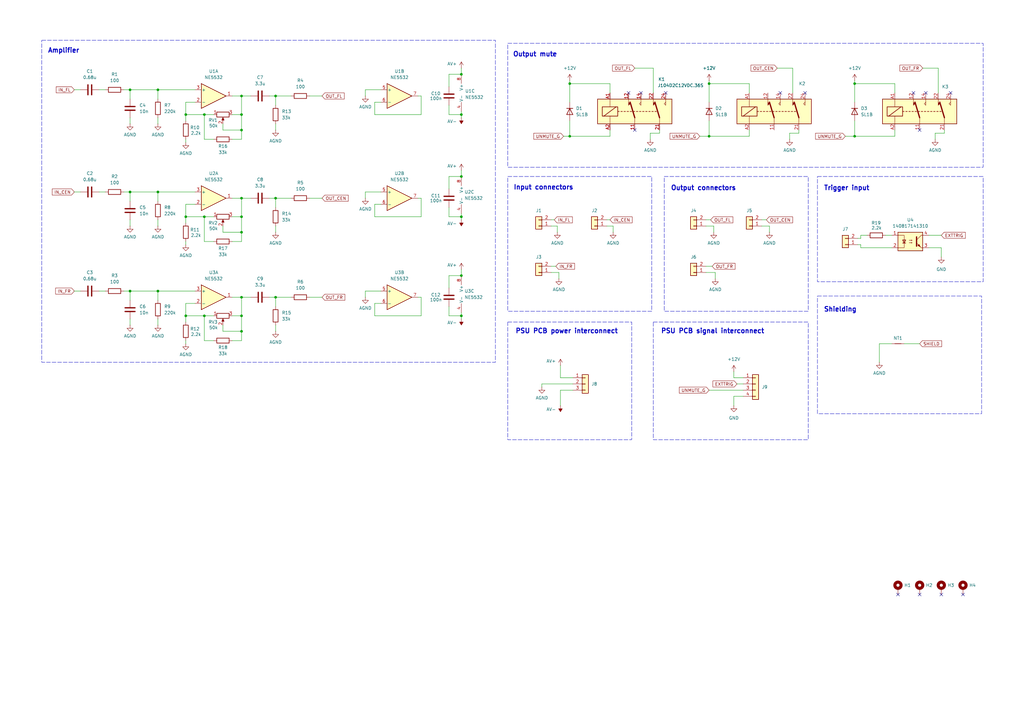
<source format=kicad_sch>
(kicad_sch (version 20231120) (generator "eeschema") (generator_version "8.0")
  (paper "A3")
  (title_block (title "Audio section") (date "2024-08-22") (rev "1"))
  (junction (at 64.77 36.83))
  (junction (at 189.23 129.54))
  (junction (at 189.23 88.9))
  (junction (at 53.34 78.74))
  (junction (at 83.82 88.9))
  (junction (at 64.77 78.74))
  (junction (at 64.77 119.38))
  (junction (at 290.83 55.88))
  (junction (at 99.06 121.92))
  (junction (at 99.06 53.34))
  (junction (at 83.82 46.99))
  (junction (at 113.03 39.37))
  (junction (at 233.68 55.88))
  (junction (at 350.52 34.29))
  (junction (at 76.2 129.54))
  (junction (at 189.23 72.39))
  (junction (at 99.06 95.25))
  (junction (at 53.34 119.38))
  (junction (at 113.03 81.28))
  (junction (at 233.68 34.29))
  (junction (at 76.2 88.9))
  (junction (at 113.03 121.92))
  (junction (at 99.06 88.9))
  (junction (at 99.06 129.54))
  (junction (at 99.06 46.99))
  (junction (at 99.06 135.89))
  (junction (at 76.2 46.99))
  (junction (at 83.82 129.54))
  (junction (at 189.23 30.48))
  (junction (at 99.06 39.37))
  (junction (at 189.23 46.99))
  (junction (at 53.34 36.83))
  (junction (at 99.06 81.28))
  (junction (at 189.23 113.03))
  (junction (at 350.52 55.88))
  (junction (at 290.83 34.29))
  (no_connect (at 394.97 243.84))
  (no_connect (at 374.65 38.1))
  (no_connect (at 262.89 38.1))
  (no_connect (at 377.19 53.34))
  (no_connect (at 273.05 38.1))
  (no_connect (at 389.89 38.1))
  (no_connect (at 320.04 38.1))
  (no_connect (at 368.3 243.84))
  (no_connect (at 260.35 53.34))
  (no_connect (at 257.81 38.1))
  (no_connect (at 386.08 243.84))
  (no_connect (at 379.73 38.1))
  (no_connect (at 377.19 243.84))
  (no_connect (at 330.2 38.1))
  (wire (pts (xy 172.72 88.9) (xy 153.67 88.9)))
  (wire (pts (xy 260.35 27.94) (xy 267.97 27.94)))
  (wire (pts (xy 351.79 97.79) (xy 353.06 97.79)))
  (wire (pts (xy 95.25 121.92) (xy 99.06 121.92)))
  (wire (pts (xy 189.23 45.72) (xy 189.23 46.99)))
  (wire (pts (xy 83.82 129.54) (xy 87.63 129.54)))
  (wire (pts (xy 40.64 36.83) (xy 43.18 36.83)))
  (wire (pts (xy 76.2 129.54) (xy 83.82 129.54)))
  (wire (pts (xy 53.34 40.64) (xy 53.34 36.83)))
  (wire (pts (xy 184.15 35.56) (xy 184.15 30.48)))
  (wire (pts (xy 76.2 129.54) (xy 76.2 132.08)))
  (wire (pts (xy 383.54 54.61) (xy 387.35 54.61)))
  (wire (pts (xy 99.06 81.28) (xy 99.06 88.9)))
  (wire (pts (xy 113.03 50.8) (xy 113.03 53.34)))
  (wire (pts (xy 251.46 92.71) (xy 251.46 95.25)))
  (wire (pts (xy 110.49 39.37) (xy 113.03 39.37)))
  (wire (pts (xy 91.44 95.25) (xy 99.06 95.25)))
  (wire (pts (xy 290.83 41.91) (xy 290.83 34.29)))
  (wire (pts (xy 353.06 96.52) (xy 355.6 96.52)))
  (wire (pts (xy 99.06 57.15) (xy 99.06 53.34)))
  (wire (pts (xy 184.15 72.39) (xy 189.23 72.39)))
  (wire (pts (xy 250.19 55.88) (xy 250.19 53.34)))
  (wire (pts (xy 189.23 87.63) (xy 189.23 88.9)))
  (wire (pts (xy 172.72 129.54) (xy 153.67 129.54)))
  (wire (pts (xy 381 96.52) (xy 386.08 96.52)))
  (wire (pts (xy 233.68 49.53) (xy 233.68 55.88)))
  (wire (pts (xy 87.63 139.7) (xy 83.82 139.7)))
  (wire (pts (xy 350.52 41.91) (xy 350.52 34.29)))
  (wire (pts (xy 76.2 100.33) (xy 76.2 99.06)))
  (wire (pts (xy 40.64 119.38) (xy 43.18 119.38)))
  (wire (pts (xy 64.77 119.38) (xy 80.01 119.38)))
  (wire (pts (xy 189.23 110.49) (xy 189.23 113.03)))
  (wire (pts (xy 91.44 95.25) (xy 91.44 92.71)))
  (wire (pts (xy 64.77 48.26) (xy 64.77 50.8)))
  (wire (pts (xy 50.8 36.83) (xy 53.34 36.83)))
  (wire (pts (xy 172.72 81.28) (xy 171.45 81.28)))
  (wire (pts (xy 153.67 46.99) (xy 153.67 41.91)))
  (wire (pts (xy 360.68 140.97) (xy 365.76 140.97)))
  (wire (pts (xy 99.06 88.9) (xy 99.06 95.25)))
  (wire (pts (xy 76.2 58.42) (xy 76.2 57.15)))
  (wire (pts (xy 315.595 92.71) (xy 315.595 95.25)))
  (wire (pts (xy 149.86 81.28) (xy 149.86 78.74)))
  (wire (pts (xy 289.56 109.22) (xy 292.1 109.22)))
  (wire (pts (xy 113.03 81.28) (xy 119.38 81.28)))
  (wire (pts (xy 113.03 39.37) (xy 113.03 43.18)))
  (wire (pts (xy 300.99 166.37) (xy 300.99 162.56)))
  (wire (pts (xy 153.67 41.91) (xy 156.21 41.91)))
  (wire (pts (xy 300.99 162.56) (xy 304.8 162.56)))
  (wire (pts (xy 266.7 54.61) (xy 266.7 57.15)))
  (wire (pts (xy 83.82 99.06) (xy 83.82 88.9)))
  (wire (pts (xy 149.86 119.38) (xy 156.21 119.38)))
  (wire (pts (xy 53.34 36.83) (xy 64.77 36.83)))
  (wire (pts (xy 287.02 55.88) (xy 290.83 55.88)))
  (wire (pts (xy 346.71 55.88) (xy 350.52 55.88)))
  (wire (pts (xy 149.86 121.92) (xy 149.86 119.38)))
  (wire (pts (xy 367.03 34.29) (xy 367.03 38.1)))
  (wire (pts (xy 327.66 54.61) (xy 327.66 53.34)))
  (wire (pts (xy 53.34 48.26) (xy 53.34 50.8)))
  (wire (pts (xy 353.06 100.33) (xy 351.79 100.33)))
  (wire (pts (xy 229.87 166.37) (xy 229.87 160.02)))
  (wire (pts (xy 323.85 54.61) (xy 323.85 57.15)))
  (wire (pts (xy 64.77 119.38) (xy 64.77 123.19)))
  (wire (pts (xy 91.44 53.34) (xy 91.44 50.8)))
  (wire (pts (xy 76.2 41.91) (xy 76.2 46.99)))
  (wire (pts (xy 350.52 49.53) (xy 350.52 55.88)))
  (wire (pts (xy 184.15 118.11) (xy 184.15 113.03)))
  (wire (pts (xy 30.48 119.38) (xy 33.02 119.38)))
  (wire (pts (xy 30.48 78.74) (xy 33.02 78.74)))
  (wire (pts (xy 113.03 81.28) (xy 113.03 85.09)))
  (wire (pts (xy 226.06 90.17) (xy 227.33 90.17)))
  (wire (pts (xy 95.25 39.37) (xy 99.06 39.37)))
  (wire (pts (xy 76.2 83.82) (xy 76.2 88.9)))
  (wire (pts (xy 266.7 54.61) (xy 270.51 54.61)))
  (wire (pts (xy 189.23 27.94) (xy 189.23 30.48)))
  (wire (pts (xy 184.15 46.99) (xy 189.23 46.99)))
  (wire (pts (xy 76.2 140.97) (xy 76.2 139.7)))
  (wire (pts (xy 184.15 125.73) (xy 184.15 129.54)))
  (wire (pts (xy 99.06 121.92) (xy 102.87 121.92)))
  (wire (pts (xy 153.67 129.54) (xy 153.67 124.46)))
  (wire (pts (xy 64.77 90.17) (xy 64.77 92.71)))
  (wire (pts (xy 91.44 135.89) (xy 91.44 133.35)))
  (wire (pts (xy 153.67 83.82) (xy 156.21 83.82)))
  (wire (pts (xy 99.06 121.92) (xy 99.06 129.54)))
  (wire (pts (xy 172.72 46.99) (xy 153.67 46.99)))
  (wire (pts (xy 383.54 54.61) (xy 383.54 57.15)))
  (wire (pts (xy 83.82 57.15) (xy 83.82 46.99)))
  (wire (pts (xy 64.77 36.83) (xy 80.01 36.83)))
  (wire (pts (xy 289.56 111.76) (xy 293.37 111.76)))
  (wire (pts (xy 99.06 88.9) (xy 95.25 88.9)))
  (wire (pts (xy 378.46 27.94) (xy 384.81 27.94)))
  (wire (pts (xy 189.23 88.9) (xy 189.23 90.17)))
  (wire (pts (xy 99.06 129.54) (xy 95.25 129.54)))
  (wire (pts (xy 363.22 96.52) (xy 365.76 96.52)))
  (wire (pts (xy 53.34 78.74) (xy 64.77 78.74)))
  (wire (pts (xy 172.72 121.92) (xy 171.45 121.92)))
  (wire (pts (xy 76.2 41.91) (xy 80.01 41.91)))
  (wire (pts (xy 83.82 88.9) (xy 87.63 88.9)))
  (wire (pts (xy 30.48 36.83) (xy 33.02 36.83)))
  (wire (pts (xy 95.25 81.28) (xy 99.06 81.28)))
  (wire (pts (xy 110.49 81.28) (xy 113.03 81.28)))
  (wire (pts (xy 267.97 27.94) (xy 267.97 38.1)))
  (wire (pts (xy 113.03 92.71) (xy 113.03 95.25)))
  (wire (pts (xy 64.77 78.74) (xy 80.01 78.74)))
  (wire (pts (xy 113.03 133.35) (xy 113.03 135.89)))
  (wire (pts (xy 76.2 46.99) (xy 76.2 49.53)))
  (wire (pts (xy 53.34 90.17) (xy 53.34 92.71)))
  (wire (pts (xy 64.77 78.74) (xy 64.77 82.55)))
  (wire (pts (xy 222.25 158.75) (xy 222.25 157.48)))
  (wire (pts (xy 229.87 149.86) (xy 229.87 154.94)))
  (wire (pts (xy 290.83 160.02) (xy 304.8 160.02)))
  (wire (pts (xy 226.06 111.76) (xy 229.235 111.76)))
  (wire (pts (xy 350.52 34.29) (xy 367.03 34.29)))
  (wire (pts (xy 172.72 39.37) (xy 171.45 39.37)))
  (wire (pts (xy 189.23 129.54) (xy 189.23 130.81)))
  (wire (pts (xy 248.92 90.17) (xy 250.19 90.17)))
  (wire (pts (xy 127 39.37) (xy 132.08 39.37)))
  (wire (pts (xy 50.8 119.38) (xy 53.34 119.38)))
  (wire (pts (xy 91.44 53.34) (xy 99.06 53.34)))
  (wire (pts (xy 290.83 49.53) (xy 290.83 55.88)))
  (wire (pts (xy 76.2 88.9) (xy 83.82 88.9)))
  (wire (pts (xy 184.15 113.03) (xy 189.23 113.03)))
  (wire (pts (xy 290.83 34.29) (xy 307.34 34.29)))
  (wire (pts (xy 367.03 55.88) (xy 367.03 53.34)))
  (wire (pts (xy 387.35 54.61) (xy 387.35 53.34)))
  (wire (pts (xy 99.06 139.7) (xy 95.25 139.7)))
  (wire (pts (xy 226.06 92.71) (xy 228.6 92.71)))
  (wire (pts (xy 184.15 85.09) (xy 184.15 88.9)))
  (wire (pts (xy 293.37 111.76) (xy 293.37 114.3)))
  (wire (pts (xy 229.87 160.02) (xy 234.95 160.02)))
  (wire (pts (xy 290.83 55.88) (xy 307.34 55.88)))
  (wire (pts (xy 99.06 46.99) (xy 95.25 46.99)))
  (wire (pts (xy 300.99 152.4) (xy 300.99 154.94)))
  (wire (pts (xy 302.26 157.48) (xy 304.8 157.48)))
  (wire (pts (xy 76.2 46.99) (xy 83.82 46.99)))
  (wire (pts (xy 99.06 129.54) (xy 99.06 135.89)))
  (wire (pts (xy 300.99 154.94) (xy 304.8 154.94)))
  (wire (pts (xy 64.77 36.83) (xy 64.77 40.64)))
  (wire (pts (xy 184.15 43.18) (xy 184.15 46.99)))
  (wire (pts (xy 99.06 81.28) (xy 102.87 81.28)))
  (wire (pts (xy 149.86 78.74) (xy 156.21 78.74)))
  (wire (pts (xy 99.06 99.06) (xy 99.06 95.25)))
  (wire (pts (xy 113.03 39.37) (xy 119.38 39.37)))
  (wire (pts (xy 307.34 34.29) (xy 307.34 38.1)))
  (wire (pts (xy 189.23 128.27) (xy 189.23 129.54)))
  (wire (pts (xy 99.06 139.7) (xy 99.06 135.89)))
  (wire (pts (xy 307.34 55.88) (xy 307.34 53.34)))
  (wire (pts (xy 289.56 90.17) (xy 291.465 90.17)))
  (wire (pts (xy 290.83 33.02) (xy 290.83 34.29)))
  (wire (pts (xy 231.14 55.88) (xy 233.68 55.88)))
  (wire (pts (xy 127 121.92) (xy 132.08 121.92)))
  (wire (pts (xy 325.12 27.94) (xy 325.12 38.1)))
  (wire (pts (xy 248.92 92.71) (xy 251.46 92.71)))
  (wire (pts (xy 87.63 57.15) (xy 83.82 57.15)))
  (wire (pts (xy 233.68 41.91) (xy 233.68 34.29)))
  (wire (pts (xy 384.81 27.94) (xy 384.81 38.1)))
  (wire (pts (xy 292.735 92.71) (xy 292.735 95.25)))
  (wire (pts (xy 184.15 30.48) (xy 189.23 30.48)))
  (wire (pts (xy 53.34 130.81) (xy 53.34 133.35)))
  (wire (pts (xy 386.08 101.6) (xy 386.08 105.41)))
  (wire (pts (xy 53.34 123.19) (xy 53.34 119.38)))
  (wire (pts (xy 350.52 33.02) (xy 350.52 34.29)))
  (wire (pts (xy 53.34 82.55) (xy 53.34 78.74)))
  (wire (pts (xy 312.42 92.71) (xy 315.595 92.71)))
  (wire (pts (xy 189.23 46.99) (xy 189.23 48.26)))
  (wire (pts (xy 53.34 119.38) (xy 64.77 119.38)))
  (wire (pts (xy 226.06 109.22) (xy 227.965 109.22)))
  (wire (pts (xy 99.06 39.37) (xy 99.06 46.99)))
  (wire (pts (xy 250.19 34.29) (xy 250.19 38.1)))
  (wire (pts (xy 76.2 83.82) (xy 80.01 83.82)))
  (wire (pts (xy 229.87 154.94) (xy 234.95 154.94)))
  (wire (pts (xy 222.25 157.48) (xy 234.95 157.48)))
  (wire (pts (xy 318.77 27.94) (xy 325.12 27.94)))
  (wire (pts (xy 87.63 99.06) (xy 83.82 99.06)))
  (wire (pts (xy 110.49 121.92) (xy 113.03 121.92)))
  (wire (pts (xy 76.2 124.46) (xy 80.01 124.46)))
  (wire (pts (xy 353.06 101.6) (xy 365.76 101.6)))
  (wire (pts (xy 83.82 46.99) (xy 87.63 46.99)))
  (wire (pts (xy 189.23 69.85) (xy 189.23 72.39)))
  (wire (pts (xy 99.06 99.06) (xy 95.25 99.06)))
  (wire (pts (xy 381 101.6) (xy 386.08 101.6)))
  (wire (pts (xy 172.72 121.92) (xy 172.72 129.54)))
  (wire (pts (xy 184.15 129.54) (xy 189.23 129.54)))
  (wire (pts (xy 370.84 140.97) (xy 377.19 140.97)))
  (wire (pts (xy 270.51 54.61) (xy 270.51 53.34)))
  (wire (pts (xy 113.03 121.92) (xy 113.03 125.73)))
  (wire (pts (xy 233.68 55.88) (xy 250.19 55.88)))
  (wire (pts (xy 99.06 39.37) (xy 102.87 39.37)))
  (wire (pts (xy 172.72 39.37) (xy 172.72 46.99)))
  (wire (pts (xy 76.2 124.46) (xy 76.2 129.54)))
  (wire (pts (xy 64.77 130.81) (xy 64.77 133.35)))
  (wire (pts (xy 153.67 88.9) (xy 153.67 83.82)))
  (wire (pts (xy 113.03 121.92) (xy 119.38 121.92)))
  (wire (pts (xy 76.2 88.9) (xy 76.2 91.44)))
  (wire (pts (xy 228.6 92.71) (xy 228.6 95.25)))
  (wire (pts (xy 99.06 46.99) (xy 99.06 53.34)))
  (wire (pts (xy 229.235 111.76) (xy 229.235 114.3)))
  (wire (pts (xy 184.15 77.47) (xy 184.15 72.39)))
  (wire (pts (xy 50.8 78.74) (xy 53.34 78.74)))
  (wire (pts (xy 91.44 135.89) (xy 99.06 135.89)))
  (wire (pts (xy 83.82 139.7) (xy 83.82 129.54)))
  (wire (pts (xy 233.68 33.02) (xy 233.68 34.29)))
  (wire (pts (xy 233.68 34.29) (xy 250.19 34.29)))
  (wire (pts (xy 353.06 101.6) (xy 353.06 100.33)))
  (wire (pts (xy 323.85 54.61) (xy 327.66 54.61)))
  (wire (pts (xy 350.52 55.88) (xy 367.03 55.88)))
  (wire (pts (xy 127 81.28) (xy 132.08 81.28)))
  (wire (pts (xy 40.64 78.74) (xy 43.18 78.74)))
  (wire (pts (xy 149.86 39.37) (xy 149.86 36.83)))
  (wire (pts (xy 312.42 90.17) (xy 314.325 90.17)))
  (wire (pts (xy 153.67 124.46) (xy 156.21 124.46)))
  (wire (pts (xy 184.15 88.9) (xy 189.23 88.9)))
  (wire (pts (xy 172.72 81.28) (xy 172.72 88.9)))
  (wire (pts (xy 99.06 57.15) (xy 95.25 57.15)))
  (wire (pts (xy 289.56 92.71) (xy 292.735 92.71)))
  (wire (pts (xy 149.86 36.83) (xy 156.21 36.83)))
  (wire (pts (xy 353.06 97.79) (xy 353.06 96.52)))
  (wire (pts (xy 360.68 148.59) (xy 360.68 140.97)))
  (rectangle (start 208.28 132.08) (end 259.08 180.34) (stroke (width 0) (type dash)))
  (rectangle (start 17.145 16.51) (end 203.2 148.59) (stroke (width 0) (type dash)))
  (rectangle (start 335.28 72.39) (end 403.225 115.57) (stroke (width 0) (type dash)))
  (rectangle (start 335.28 121.412) (end 402.59 169.672) (stroke (width 0) (type dash)))
  (rectangle (start 208.28 72.39) (end 267.335 127.635) (stroke (width 0) (type dash)))
  (rectangle (start 267.97 132.08) (end 331.47 180.34) (stroke (width 0) (type dash)))
  (rectangle (start 208.28 17.78) (end 403.225 68.58) (stroke (width 0) (type dash)))
  (rectangle (start 272.415 72.39) (end 331.47 127.635) (stroke (width 0) (type dash)))
  (text "PSU PCB signal interconnect" (at 271.018 135.89 0) (effects (font (size 1.905 1.905) (thickness 0.381) (bold yes)) (justify left)))
  (text "Output connectors" (at 275.082 77.216 0) (effects (font (size 1.905 1.905) (thickness 0.381) (bold yes)) (justify left)))
  (text "Amplifier" (at 19.558 20.828 0) (effects (font (size 1.905 1.905) (thickness 0.381) (bold yes)) (justify left)))
  (text "Shielding" (at 337.82 127 0) (effects (font (size 1.905 1.905) (thickness 0.381) (bold yes)) (justify left)))
  (text "PSU PCB power interconnect" (at 211.328 135.89 0) (effects (font (size 1.905 1.905) (thickness 0.381) (bold yes)) (justify left)))
  (text "Trigger input" (at 337.82 77.216 0) (effects (font (size 1.905 1.905) (thickness 0.381) (bold yes)) (justify left)))
  (text "Output mute" (at 210.312 22.352 0) (effects (font (size 1.905 1.905) (thickness 0.381) (bold yes)) (justify left)))
  (text "Input connectors" (at 210.566 76.962 0) (effects (font (size 1.905 1.905) (thickness 0.381) (bold yes)) (justify left)))
  (global_label "UNMUTE_G" (shape input) (at 287.02 55.88 180) (property "Intersheetrefs" "${INTERSHEET_REFS}" (effects (hide yes))))
  (global_label "SHIELD" (shape input) (at 377.19 140.97 0) (property "Intersheetrefs" "${INTERSHEET_REFS}" (effects (hide yes))))
  (global_label "OUT_CEN" (shape input) (at 318.77 27.94 180) (property "Intersheetrefs" "${INTERSHEET_REFS}" (effects (hide yes))))
  (global_label "OUT_FR" (shape input) (at 132.08 121.92 0) (property "Intersheetrefs" "${INTERSHEET_REFS}" (effects (hide yes))))
  (global_label "OUT_FL" (shape input) (at 132.08 39.37 0) (property "Intersheetrefs" "${INTERSHEET_REFS}" (effects (hide yes))))
  (global_label "OUT_FL" (shape input) (at 291.465 90.17 0) (property "Intersheetrefs" "${INTERSHEET_REFS}" (effects (hide yes))))
  (global_label "OUT_FL" (shape input) (at 260.35 27.94 180) (property "Intersheetrefs" "${INTERSHEET_REFS}" (effects (hide yes))))
  (global_label "OUT_FR" (shape input) (at 292.1 109.22 0) (property "Intersheetrefs" "${INTERSHEET_REFS}" (effects (hide yes))))
  (global_label "OUT_FR" (shape input) (at 378.46 27.94 180) (property "Intersheetrefs" "${INTERSHEET_REFS}" (effects (hide yes))))
  (global_label "IN_CEN" (shape input) (at 250.19 90.17 0) (property "Intersheetrefs" "${INTERSHEET_REFS}" (effects (hide yes))))
  (global_label "UNMUTE_G" (shape input) (at 231.14 55.88 180) (property "Intersheetrefs" "${INTERSHEET_REFS}" (effects (hide yes))))
  (global_label "IN_FL" (shape input) (at 30.48 36.83 180) (property "Intersheetrefs" "${INTERSHEET_REFS}" (effects (hide yes))))
  (global_label "OUT_CEN" (shape input) (at 132.08 81.28 0) (property "Intersheetrefs" "${INTERSHEET_REFS}" (effects (hide yes))))
  (global_label "IN_FR" (shape input) (at 30.48 119.38 180) (property "Intersheetrefs" "${INTERSHEET_REFS}" (effects (hide yes))))
  (global_label "UNMUTE_G" (shape input) (at 290.83 160.02 180) (property "Intersheetrefs" "${INTERSHEET_REFS}" (effects (hide yes))))
  (global_label "EXTTRIG" (shape input) (at 302.26 157.48 180) (property "Intersheetrefs" "${INTERSHEET_REFS}" (effects (hide yes))))
  (global_label "EXTTRIG" (shape input) (at 386.08 96.52 0) (property "Intersheetrefs" "${INTERSHEET_REFS}" (effects (hide yes))))
  (global_label "IN_CEN" (shape input) (at 30.48 78.74 180) (property "Intersheetrefs" "${INTERSHEET_REFS}" (effects (hide yes))))
  (global_label "IN_FL" (shape input) (at 227.33 90.17 0) (property "Intersheetrefs" "${INTERSHEET_REFS}" (effects (hide yes))))
  (global_label "UNMUTE_G" (shape input) (at 346.71 55.88 180) (property "Intersheetrefs" "${INTERSHEET_REFS}" (effects (hide yes))))
  (global_label "OUT_CEN" (shape input) (at 314.325 90.17 0) (property "Intersheetrefs" "${INTERSHEET_REFS}" (effects (hide yes))))
  (global_label "IN_FR" (shape input) (at 227.965 109.22 0) (property "Intersheetrefs" "${INTERSHEET_REFS}" (effects (hide yes))))
  (symbol (lib_id "Mechanical:MountingHole_Pad") (at 377.19 241.3 0) (unit 1) (exclude_from_sim yes) (in_bom no)
    (property "Reference" "H2" (at 379.73 240.0299 0) (effects (justify left)))
    (property "Value" "MountingHole_Pad" (effects (hide yes)))
    (property "Footprint" "MountingHole:MountingHole_3.2mm_M3_Pad_Via" (effects (hide yes)))
    (property "Description" "Mounting Hole with connection" (effects (hide yes)))
  )
  (symbol (lib_id "power:GND") (at 113.03 135.89 0) (mirror y) (unit 1)
    (property "Reference" "#PWR0116" (effects (hide yes)))
    (property "Value" "AGND" (at 113.03 140.335 0))
    (property "Description" "Power symbol creates a global label with name \"GND\" , ground" (effects (hide yes)))
  )
  (symbol (lib_id "Connector_Generic:Conn_01x02") (at 346.71 100.33 180) (unit 1)
    (property "Reference" "J7" (at 346.71 93.98 0))
    (property "Value" "Conn_01x02" (effects (hide yes)))
    (property "Footprint" "Connector_JST:JST_PH_B2B-PH-K_1x02_P2.00mm_Vertical" (effects (hide yes)))
    (property "Description" "Generic connector, single row, 01x02, script generated (kicad-library-utils/schlib/autogen/connector/)" (effects (hide yes)))
  )
  (symbol (lib_id "power:GND") (at 228.6 95.25 0) (unit 1)
    (property "Reference" "#PWR0142" (effects (hide yes)))
    (property "Value" "AGND" (at 228.6 99.695 0))
    (property "Description" "Power symbol creates a global label with name \"GND\" , ground" (effects (hide yes)))
  )
  (symbol (lib_id "Connector_Generic:Conn_01x03") (at 240.03 157.48 0) (unit 1)
    (property "Reference" "J8" (at 242.57 157.4799 0) (effects (justify left)))
    (property "Value" "Conn_01x03" (effects (hide yes)))
    (property "Footprint" "Connector_JST:JST_VH_B3P-VH-B_1x03_P3.96mm_Vertical" (effects (hide yes)))
    (property "Description" "Generic connector, single row, 01x03, script generated (kicad-library-utils/schlib/autogen/connector/)" (effects (hide yes)))
  )
  (symbol (lib_id "Device:R") (at 113.03 129.54 0) (unit 1)
    (property "Reference" "R15" (at 115.57 128.2699 0) (effects (justify left)))
    (property "Value" "33k" (at 115.57 130.8099 0) (effects (justify left)))
    (property "Footprint" "Resistor_THT:R_Axial_DIN0207_L6.3mm_D2.5mm_P7.62mm_Horizontal" (effects (hide yes)))
    (property "Description" "Resistor" (effects (hide yes)))
  )
  (symbol (lib_id "power:GND") (at 64.77 92.71 0) (unit 1)
    (property "Reference" "#PWR0112" (effects (hide yes)))
    (property "Value" "AGND" (at 64.77 97.155 0))
    (property "Description" "Power symbol creates a global label with name \"GND\" , ground" (effects (hide yes)))
  )
  (symbol (lib_id "power:GND") (at 386.08 105.41 0) (unit 1)
    (property "Reference" "#PWR0143" (effects (hide yes)))
    (property "Value" "GND" (at 386.08 110.49 0))
    (property "Description" "Power symbol creates a global label with name \"GND\" , ground" (effects (hide yes)))
  )
  (symbol (lib_id "Device:C") (at 106.68 81.28 90) (unit 1)
    (property "Reference" "C8" (at 106.68 73.66 90))
    (property "Value" "3.3u" (at 106.68 76.2 90))
    (property "Footprint" "Capacitor_THT:C_Rect_L13.0mm_W6.0mm_P10.00mm_FKS3_FKP3_MKS4" (effects (hide yes)))
    (property "Description" "Unpolarized capacitor" (effects (hide yes)))
  )
  (symbol (lib_id "Device:R") (at 91.44 139.7 90) (unit 1)
    (property "Reference" "R18" (at 91.44 142.494 90))
    (property "Value" "33k" (at 91.44 145.034 90))
    (property "Footprint" "Resistor_THT:R_Axial_DIN0207_L6.3mm_D2.5mm_P7.62mm_Horizontal" (effects (hide yes)))
    (property "Description" "Resistor" (effects (hide yes)))
  )
  (symbol (lib_id "Device:R_Potentiometer") (at 91.44 46.99 90) (mirror x) (unit 1)
    (property "Reference" "RV1" (at 87.376 49.276 90))
    (property "Value" "50k" (at 89.408 51.562 90) (effects (justify left)))
    (property "Footprint" "project_lib:TRIM_PV36W503C01B00" (effects (hide yes)))
    (property "Description" "Potentiometer" (effects (hide yes)))
  )
  (symbol (lib_id "power:GND") (at 64.77 50.8 0) (unit 1)
    (property "Reference" "#PWR0107" (effects (hide yes)))
    (property "Value" "AGND" (at 64.77 55.245 0))
    (property "Description" "Power symbol creates a global label with name \"GND\" , ground" (effects (hide yes)))
  )
  (symbol (lib_id "power:-15V") (at 189.23 90.17 180) (unit 1)
    (property "Reference" "#PWR0102" (effects (hide yes)))
    (property "Value" "AV-" (at 185.42 91.694 0))
    (property "Description" "Power symbol creates a global label with name \"-15V\"" (effects (hide yes)))
  )
  (symbol (lib_id "power:GND") (at 222.25 158.75 0) (mirror y) (unit 1)
    (property "Reference" "#PWR03" (effects (hide yes)))
    (property "Value" "AGND" (at 222.25 163.195 0))
    (property "Description" "Power symbol creates a global label with name \"GND\" , ground" (effects (hide yes)))
  )
  (symbol (lib_id "power:GND") (at 149.86 39.37 0) (mirror y) (unit 1)
    (property "Reference" "#PWR0121" (effects (hide yes)))
    (property "Value" "AGND" (at 149.86 43.815 0))
    (property "Description" "Power symbol creates a global label with name \"GND\" , ground" (effects (hide yes)))
  )
  (symbol (lib_id "Device:R") (at 123.19 39.37 270) (mirror x) (unit 1)
    (property "Reference" "R4" (at 123.19 33.02 90))
    (property "Value" "100" (at 123.19 35.56 90))
    (property "Footprint" "Resistor_THT:R_Axial_DIN0207_L6.3mm_D2.5mm_P7.62mm_Horizontal" (effects (hide yes)))
    (property "Description" "Resistor" (effects (hide yes)))
  )
  (symbol (lib_id "Device:R") (at 46.99 119.38 270) (mirror x) (unit 1)
    (property "Reference" "R3" (at 46.99 113.03 90))
    (property "Value" "100" (at 46.99 115.57 90))
    (property "Footprint" "Resistor_THT:R_Axial_DIN0207_L6.3mm_D2.5mm_P7.62mm_Horizontal" (effects (hide yes)))
    (property "Description" "Resistor" (effects (hide yes)))
  )
  (symbol (lib_id "Connector_Generic:Conn_01x02") (at 243.84 92.71 180) (unit 1)
    (property "Reference" "J2" (at 243.84 86.36 0))
    (property "Value" "Conn_01x02" (effects (hide yes)))
    (property "Footprint" "Connector_JST:JST_PH_B2B-PH-K_1x02_P2.00mm_Vertical" (effects (hide yes)))
    (property "Description" "Generic connector, single row, 01x02, script generated (kicad-library-utils/schlib/autogen/connector/)" (effects (hide yes)))
  )
  (symbol (lib_id "power:GND") (at 323.85 57.15 0) (mirror y) (unit 1)
    (property "Reference" "#PWR01" (effects (hide yes)))
    (property "Value" "AGND" (at 323.85 61.595 0))
    (property "Description" "Power symbol creates a global label with name \"GND\" , ground" (effects (hide yes)))
  )
  (symbol (lib_id "power:GND") (at 293.37 114.3 0) (unit 1)
    (property "Reference" "#PWR0136" (effects (hide yes)))
    (property "Value" "AGND" (at 293.37 118.745 0))
    (property "Description" "Power symbol creates a global label with name \"GND\" , ground" (effects (hide yes)))
  )
  (symbol (lib_id "Device:R") (at 64.77 44.45 0) (unit 1)
    (property "Reference" "R7" (at 67.31 43.1799 0) (effects (justify left)))
    (property "Value" "220k" (at 67.31 45.7199 0) (effects (justify left)))
    (property "Footprint" "Resistor_THT:R_Axial_DIN0207_L6.3mm_D2.5mm_P7.62mm_Horizontal" (effects (hide yes)))
    (property "Description" "Resistor" (effects (hide yes)))
  )
  (symbol (lib_id "power:GND") (at 113.03 95.25 0) (mirror y) (unit 1)
    (property "Reference" "#PWR0117" (effects (hide yes)))
    (property "Value" "AGND" (at 113.03 99.695 0))
    (property "Description" "Power symbol creates a global label with name \"GND\" , ground" (effects (hide yes)))
  )
  (symbol (lib_id "power:+15V") (at 189.23 110.49 0) (mirror y) (unit 1)
    (property "Reference" "#PWR0103" (effects (hide yes)))
    (property "Value" "AV+" (at 185.42 108.712 0))
    (property "Description" "Power symbol creates a global label with name \"+15V\"" (effects (hide yes)))
  )
  (symbol (lib_id "Amplifier_Operational:NE5532") (at 191.77 80.01 0) (unit 3)
    (property "Reference" "U2" (at 190.5 78.7399 0) (effects (justify left)))
    (property "Value" "NE5532" (at 190.5 81.2799 0) (effects (justify left)))
    (property "Footprint" "Package_DIP:DIP-8_W7.62mm" (effects (hide yes)))
    (property "Datasheet" "http://www.ti.com/lit/ds/symlink/ne5532.pdf" (effects (hide yes)))
    (property "Description" "Dual Low-Noise Operational Amplifiers, DIP-8/SOIC-8" (effects (hide yes)))
  )
  (symbol (lib_id "Device:R") (at 123.19 81.28 270) (mirror x) (unit 1)
    (property "Reference" "R5" (at 123.19 74.93 90))
    (property "Value" "100" (at 123.19 77.47 90))
    (property "Footprint" "Resistor_THT:R_Axial_DIN0207_L6.3mm_D2.5mm_P7.62mm_Horizontal" (effects (hide yes)))
    (property "Description" "Resistor" (effects (hide yes)))
  )
  (symbol (lib_id "Device:D") (at 350.52 45.72 270) (unit 1)
    (property "Reference" "D3" (at 353.06 44.4499 90) (effects (justify left)))
    (property "Value" "SL1B" (at 353.06 46.9899 90) (effects (justify left)))
    (property "Footprint" "Diode_SMD:D_SOD-123" (effects (hide yes)))
    (property "Description" "Diode" (effects (hide yes)))
    (property "Sim.Device" "D" (effects (hide yes)))
    (property "Sim.Pins" "1=K 2=A" (effects (hide yes)))
  )
  (symbol (lib_id "power:+15V") (at 229.87 149.86 0) (mirror y) (unit 1)
    (property "Reference" "#PWR04" (effects (hide yes)))
    (property "Value" "AV+" (at 226.06 148.082 0))
    (property "Description" "Power symbol creates a global label with name \"+15V\"" (effects (hide yes)))
  )
  (symbol (lib_id "power:-15V") (at 189.23 48.26 180) (unit 1)
    (property "Reference" "#PWR0120" (effects (hide yes)))
    (property "Value" "AV-" (at 185.42 49.784 0))
    (property "Description" "Power symbol creates a global label with name \"-15V\"" (effects (hide yes)))
  )
  (symbol (lib_id "power:+12V") (at 350.52 33.02 0) (unit 1)
    (property "Reference" "#PWR0101" (effects (hide yes)))
    (property "Value" "+12V" (at 350.52 27.94 0))
    (property "Description" "Power symbol creates a global label with name \"+12V\"" (effects (hide yes)))
  )
  (symbol (lib_id "Device:C") (at 184.15 121.92 180) (unit 1)
    (property "Reference" "C12" (at 176.784 120.904 0) (effects (justify right)))
    (property "Value" "100n" (at 176.276 122.936 0) (effects (justify right)))
    (property "Footprint" "Capacitor_THT:C_Disc_D3.8mm_W2.6mm_P2.50mm" (effects (hide yes)))
    (property "Description" "Unpolarized capacitor" (effects (hide yes)))
  )
  (symbol (lib_id "power:-15V") (at 189.23 130.81 180) (unit 1)
    (property "Reference" "#PWR0114" (effects (hide yes)))
    (property "Value" "AV-" (at 185.42 132.334 0))
    (property "Description" "Power symbol creates a global label with name \"-15V\"" (effects (hide yes)))
  )
  (symbol (lib_id "Device:R") (at 113.03 88.9 0) (unit 1)
    (property "Reference" "R14" (at 115.57 87.6299 0) (effects (justify left)))
    (property "Value" "33k" (at 115.57 90.1699 0) (effects (justify left)))
    (property "Footprint" "Resistor_THT:R_Axial_DIN0207_L6.3mm_D2.5mm_P7.62mm_Horizontal" (effects (hide yes)))
    (property "Description" "Resistor" (effects (hide yes)))
  )
  (symbol (lib_id "power:GND") (at 360.68 148.59 0) (unit 1)
    (property "Reference" "#PWR06" (effects (hide yes)))
    (property "Value" "AGND" (at 360.68 153.035 0))
    (property "Description" "Power symbol creates a global label with name \"GND\" , ground" (effects (hide yes)))
  )
  (symbol (lib_id "power:GND") (at 229.235 114.3 0) (unit 1)
    (property "Reference" "#PWR0141" (effects (hide yes)))
    (property "Value" "AGND" (at 229.235 118.745 0))
    (property "Description" "Power symbol creates a global label with name \"GND\" , ground" (effects (hide yes)))
  )
  (symbol (lib_id "Device:C") (at 106.68 39.37 90) (unit 1)
    (property "Reference" "C7" (at 106.68 31.75 90))
    (property "Value" "3.3u" (at 106.68 34.29 90))
    (property "Footprint" "Capacitor_THT:C_Rect_L13.0mm_W6.0mm_P10.00mm_FKS3_FKP3_MKS4" (effects (hide yes)))
    (property "Description" "Unpolarized capacitor" (effects (hide yes)))
  )
  (symbol (lib_id "Mechanical:MountingHole_Pad") (at 386.08 241.3 0) (unit 1) (exclude_from_sim yes) (in_bom no)
    (property "Reference" "H3" (at 388.62 240.0299 0) (effects (justify left)))
    (property "Value" "MountingHole_Pad" (effects (hide yes)))
    (property "Footprint" "MountingHole:MountingHole_3.2mm_M3_Pad_Via" (effects (hide yes)))
    (property "Description" "Mounting Hole with connection" (effects (hide yes)))
  )
  (symbol (lib_id "Amplifier_Operational:NE5532") (at 191.77 38.1 0) (unit 3)
    (property "Reference" "U1" (at 190.754 37.338 0) (effects (justify left)))
    (property "Value" "NE5532" (at 190.754 39.878 0) (effects (justify left)))
    (property "Footprint" "Package_DIP:DIP-8_W7.62mm" (effects (hide yes)))
    (property "Datasheet" "http://www.ti.com/lit/ds/symlink/ne5532.pdf" (effects (hide yes)))
    (property "Description" "Dual Low-Noise Operational Amplifiers, DIP-8/SOIC-8" (effects (hide yes)))
  )
  (symbol (lib_id "Connector_Generic:Conn_01x02") (at 284.48 111.76 180) (unit 1)
    (property "Reference" "J6" (at 284.48 105.41 0))
    (property "Value" "Conn_01x02" (effects (hide yes)))
    (property "Footprint" "Connector_JST:JST_PH_B2B-PH-K_1x02_P2.00mm_Vertical" (effects (hide yes)))
    (property "Description" "Generic connector, single row, 01x02, script generated (kicad-library-utils/schlib/autogen/connector/)" (effects (hide yes)))
  )
  (symbol (lib_id "Amplifier_Operational:NE5532") (at 87.63 39.37 0) (unit 1)
    (property "Reference" "U1" (at 87.63 29.21 0))
    (property "Value" "NE5532" (at 87.63 31.75 0))
    (property "Footprint" "Package_DIP:DIP-8_W7.62mm" (effects (hide yes)))
    (property "Datasheet" "http://www.ti.com/lit/ds/symlink/ne5532.pdf" (effects (hide yes)))
    (property "Description" "Dual Low-Noise Operational Amplifiers, DIP-8/SOIC-8" (effects (hide yes)))
  )
  (symbol (lib_id "Isolator:PC817") (at 373.38 99.06 0) (unit 1)
    (property "Reference" "U4" (at 373.38 90.17 0))
    (property "Value" "140817141310" (at 373.38 92.71 0))
    (property "Footprint" "Package_DIP:DIP-4_W7.62mm" (effects (hide yes)))
    (property "Datasheet" "https://www.we-online.com/components/products/datasheet/140817140110.pdf" (effects (hide yes)))
    (property "Description" "DC Optocoupler, Vce 35V, CTR 200-400%, DIP-4" (effects (hide yes)))
  )
  (symbol (lib_id "Device:R") (at 46.99 36.83 270) (mirror x) (unit 1)
    (property "Reference" "R1" (at 46.99 30.48 90))
    (property "Value" "100" (at 46.99 33.02 90))
    (property "Footprint" "Resistor_THT:R_Axial_DIN0207_L6.3mm_D2.5mm_P7.62mm_Horizontal" (effects (hide yes)))
    (property "Description" "Resistor" (effects (hide yes)))
  )
  (symbol (lib_id "power:GND") (at 64.77 133.35 0) (unit 1)
    (property "Reference" "#PWR0110" (effects (hide yes)))
    (property "Value" "AGND" (at 64.77 137.795 0))
    (property "Description" "Power symbol creates a global label with name \"GND\" , ground" (effects (hide yes)))
  )
  (symbol (lib_id "Connector_Generic:Conn_01x02") (at 220.98 92.71 180) (unit 1)
    (property "Reference" "J1" (at 220.98 86.36 0))
    (property "Value" "Conn_01x02" (effects (hide yes)))
    (property "Footprint" "Connector_JST:JST_PH_B2B-PH-K_1x02_P2.00mm_Vertical" (effects (hide yes)))
    (property "Description" "Generic connector, single row, 01x02, script generated (kicad-library-utils/schlib/autogen/connector/)" (effects (hide yes)))
  )
  (symbol (lib_id "power:-15V") (at 229.87 166.37 180) (unit 1)
    (property "Reference" "#PWR05" (effects (hide yes)))
    (property "Value" "AV-" (at 226.06 167.894 0))
    (property "Description" "Power symbol creates a global label with name \"-15V\"" (effects (hide yes)))
  )
  (symbol (lib_id "Device:C") (at 106.68 121.92 90) (unit 1)
    (property "Reference" "C9" (at 106.68 114.3 90))
    (property "Value" "3.3u" (at 106.68 116.84 90))
    (property "Footprint" "Capacitor_THT:C_Rect_L13.0mm_W6.0mm_P10.00mm_FKS3_FKP3_MKS4" (effects (hide yes)))
    (property "Description" "Unpolarized capacitor" (effects (hide yes)))
  )
  (symbol (lib_id "Device:C") (at 53.34 86.36 180) (unit 1)
    (property "Reference" "C5" (at 57.15 85.0899 0) (effects (justify right)))
    (property "Value" "10n" (at 57.15 87.6299 0) (effects (justify right)))
    (property "Footprint" "Capacitor_THT:C_Rect_L7.2mm_W2.5mm_P5.00mm_FKS2_FKP2_MKS2_MKP2" (effects (hide yes)))
    (property "Description" "Unpolarized capacitor" (effects (hide yes)))
  )
  (symbol (lib_id "Device:D") (at 290.83 45.72 270) (unit 1)
    (property "Reference" "D2" (at 293.37 44.4499 90) (effects (justify left)))
    (property "Value" "SL1B" (at 293.37 46.9899 90) (effects (justify left)))
    (property "Footprint" "Diode_SMD:D_SOD-123" (effects (hide yes)))
    (property "Description" "Diode" (effects (hide yes)))
    (property "Sim.Device" "D" (effects (hide yes)))
    (property "Sim.Pins" "1=K 2=A" (effects (hide yes)))
  )
  (symbol (lib_id "power:GND") (at 251.46 95.25 0) (unit 1)
    (property "Reference" "#PWR0140" (effects (hide yes)))
    (property "Value" "AGND" (at 251.46 99.695 0))
    (property "Description" "Power symbol creates a global label with name \"GND\" , ground" (effects (hide yes)))
  )
  (symbol (lib_id "Amplifier_Operational:NE5532") (at 163.83 81.28 0) (unit 2)
    (property "Reference" "U2" (at 163.83 71.12 0))
    (property "Value" "NE5532" (at 163.83 73.66 0))
    (property "Footprint" "Package_DIP:DIP-8_W7.62mm" (effects (hide yes)))
    (property "Datasheet" "http://www.ti.com/lit/ds/symlink/ne5532.pdf" (effects (hide yes)))
    (property "Description" "Dual Low-Noise Operational Amplifiers, DIP-8/SOIC-8" (effects (hide yes)))
  )
  (symbol (lib_id "Device:R_Potentiometer") (at 91.44 129.54 90) (mirror x) (unit 1)
    (property "Reference" "RV3" (at 87.376 132.08 90))
    (property "Value" "50k" (at 89.408 134.366 90) (effects (justify left)))
    (property "Footprint" "project_lib:TRIM_PV36W503C01B00" (effects (hide yes)))
    (property "Description" "Potentiometer" (effects (hide yes)))
  )
  (symbol (lib_id "power:GND") (at 76.2 140.97 0) (mirror y) (unit 1)
    (property "Reference" "#PWR0115" (effects (hide yes)))
    (property "Value" "AGND" (at 76.2 145.415 0))
    (property "Description" "Power symbol creates a global label with name \"GND\" , ground" (effects (hide yes)))
  )
  (symbol (lib_id "power:GND") (at 149.86 81.28 0) (mirror y) (unit 1)
    (property "Reference" "#PWR0105" (effects (hide yes)))
    (property "Value" "AGND" (at 149.86 85.725 0))
    (property "Description" "Power symbol creates a global label with name \"GND\" , ground" (effects (hide yes)))
  )
  (symbol (lib_id "power:GND") (at 266.7 57.15 0) (mirror y) (unit 1)
    (property "Reference" "#PWR0147" (effects (hide yes)))
    (property "Value" "AGND" (at 266.7 61.595 0))
    (property "Description" "Power symbol creates a global label with name \"GND\" , ground" (effects (hide yes)))
  )
  (symbol (lib_id "Device:C") (at 36.83 119.38 90) (unit 1)
    (property "Reference" "C3" (at 36.83 111.76 90))
    (property "Value" "0.68u" (at 36.83 114.3 90))
    (property "Footprint" "Capacitor_THT:C_Rect_L7.2mm_W4.5mm_P5.00mm_FKS2_FKP2_MKS2_MKP2" (effects (hide yes)))
    (property "Description" "Unpolarized capacitor" (effects (hide yes)))
  )
  (symbol (lib_id "Mechanical:MountingHole_Pad") (at 368.3 241.3 0) (unit 1) (exclude_from_sim yes) (in_bom no)
    (property "Reference" "H1" (at 370.84 240.0299 0) (effects (justify left)))
    (property "Value" "MountingHole_Pad" (effects (hide yes)))
    (property "Footprint" "MountingHole:MountingHole_3.2mm_M3_Pad_Via" (effects (hide yes)))
    (property "Description" "Mounting Hole with connection" (effects (hide yes)))
  )
  (symbol (lib_id "Amplifier_Operational:NE5532") (at 87.63 121.92 0) (unit 1)
    (property "Reference" "U3" (at 87.63 111.76 0))
    (property "Value" "NE5532" (at 87.63 114.3 0))
    (property "Footprint" "Package_DIP:DIP-8_W7.62mm" (effects (hide yes)))
    (property "Datasheet" "http://www.ti.com/lit/ds/symlink/ne5532.pdf" (effects (hide yes)))
    (property "Description" "Dual Low-Noise Operational Amplifiers, DIP-8/SOIC-8" (effects (hide yes)))
  )
  (symbol (lib_id "Device:R") (at 123.19 121.92 270) (mirror x) (unit 1)
    (property "Reference" "R6" (at 123.19 115.57 90))
    (property "Value" "100" (at 123.19 118.11 90))
    (property "Footprint" "Resistor_THT:R_Axial_DIN0207_L6.3mm_D2.5mm_P7.62mm_Horizontal" (effects (hide yes)))
    (property "Description" "Resistor" (effects (hide yes)))
  )
  (symbol (lib_id "Device:C") (at 36.83 78.74 90) (unit 1)
    (property "Reference" "C2" (at 36.83 71.12 90))
    (property "Value" "0.68u" (at 36.83 73.66 90))
    (property "Footprint" "Capacitor_THT:C_Rect_L7.2mm_W4.5mm_P5.00mm_FKS2_FKP2_MKS2_MKP2" (effects (hide yes)))
    (property "Description" "Unpolarized capacitor" (effects (hide yes)))
  )
  (symbol (lib_id "Device:R") (at 76.2 95.25 0) (mirror y) (unit 1)
    (property "Reference" "R11" (at 77.978 94.234 0) (effects (justify right)))
    (property "Value" "2.2k" (at 78.232 96.52 0) (effects (justify right)))
    (property "Footprint" "Resistor_THT:R_Axial_DIN0207_L6.3mm_D2.5mm_P7.62mm_Horizontal" (effects (hide yes)))
    (property "Description" "Resistor" (effects (hide yes)))
  )
  (symbol (lib_id "power:GND") (at 300.99 166.37 0) (unit 1)
    (property "Reference" "#PWR08" (effects (hide yes)))
    (property "Value" "GND" (at 300.99 171.45 0))
    (property "Description" "Power symbol creates a global label with name \"GND\" , ground" (effects (hide yes)))
  )
  (symbol (lib_id "power:+15V") (at 189.23 27.94 0) (mirror y) (unit 1)
    (property "Reference" "#PWR0118" (effects (hide yes)))
    (property "Value" "AV+" (at 185.42 26.162 0))
    (property "Description" "Power symbol creates a global label with name \"+15V\"" (effects (hide yes)))
  )
  (symbol (lib_id "Amplifier_Operational:NE5532") (at 163.83 39.37 0) (unit 2)
    (property "Reference" "U1" (at 163.83 29.21 0))
    (property "Value" "NE5532" (at 163.83 31.75 0))
    (property "Footprint" "Package_DIP:DIP-8_W7.62mm" (effects (hide yes)))
    (property "Datasheet" "http://www.ti.com/lit/ds/symlink/ne5532.pdf" (effects (hide yes)))
    (property "Description" "Dual Low-Noise Operational Amplifiers, DIP-8/SOIC-8" (effects (hide yes)))
  )
  (symbol (lib_id "Mechanical:MountingHole_Pad") (at 394.97 241.3 0) (unit 1) (exclude_from_sim yes) (in_bom no)
    (property "Reference" "H4" (at 397.51 240.0299 0) (effects (justify left)))
    (property "Value" "MountingHole_Pad" (effects (hide yes)))
    (property "Footprint" "MountingHole:MountingHole_3.2mm_M3_Pad_Via" (effects (hide yes)))
    (property "Description" "Mounting Hole with connection" (effects (hide yes)))
  )
  (symbol (lib_id "Device:R_Potentiometer") (at 91.44 88.9 90) (mirror x) (unit 1)
    (property "Reference" "RV2" (at 87.376 91.44 90))
    (property "Value" "50k" (at 89.408 93.726 90) (effects (justify left)))
    (property "Footprint" "project_lib:TRIM_PV36W503C01B00" (effects (hide yes)))
    (property "Description" "Potentiometer" (effects (hide yes)))
  )
  (symbol (lib_id "Relay:FINDER-30.22") (at 377.19 45.72 0) (unit 1)
    (property "Reference" "K3" (at 386.334 35.56 0) (effects (justify left)))
    (property "Value" "G5V-1" (effects (hide yes)))
    (property "Footprint" "Relay_THT:Relay_DPDT_Finder_30.22" (effects (hide yes)))
    (property "Datasheet" "http://gfinder.findernet.com/assets/Series/354/S30EN.pdf" (effects (hide yes)))
    (property "Description" "FINDER 30.52, Dual Pole Relay, Subminiature 5mm Pitch, 2A" (effects (hide yes)))
  )
  (symbol (lib_id "Connector_Generic:Conn_01x04") (at 309.88 157.48 0) (unit 1)
    (property "Reference" "J9" (at 312.42 158.7499 0) (effects (justify left)))
    (property "Value" "Conn_01x04" (effects (hide yes)))
    (property "Footprint" "Connector_JST:JST_PH_B4B-PH-K_1x04_P2.00mm_Vertical" (effects (hide yes)))
    (property "Description" "Generic connector, single row, 01x04, script generated (kicad-library-utils/schlib/autogen/connector/)" (effects (hide yes)))
  )
  (symbol (lib_id "Device:R") (at 64.77 127 0) (unit 1)
    (property "Reference" "R9" (at 67.31 125.7299 0) (effects (justify left)))
    (property "Value" "220k" (at 67.31 128.2699 0) (effects (justify left)))
    (property "Footprint" "Resistor_THT:R_Axial_DIN0207_L6.3mm_D2.5mm_P7.62mm_Horizontal" (effects (hide yes)))
    (property "Description" "Resistor" (effects (hide yes)))
  )
  (symbol (lib_id "Amplifier_Operational:NE5532") (at 163.83 121.92 0) (unit 2)
    (property "Reference" "U3" (at 163.83 111.76 0))
    (property "Value" "NE5532" (at 163.83 114.3 0))
    (property "Footprint" "Package_DIP:DIP-8_W7.62mm" (effects (hide yes)))
    (property "Datasheet" "http://www.ti.com/lit/ds/symlink/ne5532.pdf" (effects (hide yes)))
    (property "Description" "Dual Low-Noise Operational Amplifiers, DIP-8/SOIC-8" (effects (hide yes)))
  )
  (symbol (lib_id "power:GND") (at 76.2 58.42 0) (mirror y) (unit 1)
    (property "Reference" "#PWR0106" (effects (hide yes)))
    (property "Value" "AGND" (at 76.2 62.865 0))
    (property "Description" "Power symbol creates a global label with name \"GND\" , ground" (effects (hide yes)))
  )
  (symbol (lib_id "power:GND") (at 53.34 50.8 0) (unit 1)
    (property "Reference" "#PWR0108" (effects (hide yes)))
    (property "Value" "AGND" (at 53.34 55.245 0))
    (property "Description" "Power symbol creates a global label with name \"GND\" , ground" (effects (hide yes)))
  )
  (symbol (lib_id "Device:R") (at 64.77 86.36 0) (unit 1)
    (property "Reference" "R8" (at 67.31 85.0899 0) (effects (justify left)))
    (property "Value" "220k" (at 67.31 87.6299 0) (effects (justify left)))
    (property "Footprint" "Resistor_THT:R_Axial_DIN0207_L6.3mm_D2.5mm_P7.62mm_Horizontal" (effects (hide yes)))
    (property "Description" "Resistor" (effects (hide yes)))
  )
  (symbol (lib_id "Device:R") (at 91.44 99.06 90) (unit 1)
    (property "Reference" "R17" (at 91.44 101.854 90))
    (property "Value" "33k" (at 91.44 104.394 90))
    (property "Footprint" "Resistor_THT:R_Axial_DIN0207_L6.3mm_D2.5mm_P7.62mm_Horizontal" (effects (hide yes)))
    (property "Description" "Resistor" (effects (hide yes)))
  )
  (symbol (lib_id "Device:R") (at 76.2 53.34 0) (mirror y) (unit 1)
    (property "Reference" "R10" (at 77.978 52.324 0) (effects (justify right)))
    (property "Value" "2.2k" (at 78.232 54.61 0) (effects (justify right)))
    (property "Footprint" "Resistor_THT:R_Axial_DIN0207_L6.3mm_D2.5mm_P7.62mm_Horizontal" (effects (hide yes)))
    (property "Description" "Resistor" (effects (hide yes)))
  )
  (symbol (lib_id "Connector_Generic:Conn_01x02") (at 307.34 92.71 180) (unit 1)
    (property "Reference" "J5" (at 307.34 86.36 0))
    (property "Value" "Conn_01x02" (effects (hide yes)))
    (property "Footprint" "Connector_JST:JST_PH_B2B-PH-K_1x02_P2.00mm_Vertical" (effects (hide yes)))
    (property "Description" "Generic connector, single row, 01x02, script generated (kicad-library-utils/schlib/autogen/connector/)" (effects (hide yes)))
  )
  (symbol (lib_id "power:GND") (at 53.34 133.35 0) (unit 1)
    (property "Reference" "#PWR0109" (effects (hide yes)))
    (property "Value" "AGND" (at 53.34 137.795 0))
    (property "Description" "Power symbol creates a global label with name \"GND\" , ground" (effects (hide yes)))
  )
  (symbol (lib_id "Device:C") (at 184.15 39.37 180) (unit 1)
    (property "Reference" "C10" (at 176.784 38.354 0) (effects (justify right)))
    (property "Value" "100n" (at 176.276 40.386 0) (effects (justify right)))
    (property "Footprint" "Capacitor_THT:C_Disc_D3.8mm_W2.6mm_P2.50mm" (effects (hide yes)))
    (property "Description" "Unpolarized capacitor" (effects (hide yes)))
  )
  (symbol (lib_id "Device:C") (at 53.34 127 180) (unit 1)
    (property "Reference" "C6" (at 57.15 125.7299 0) (effects (justify right)))
    (property "Value" "10n" (at 57.15 128.2699 0) (effects (justify right)))
    (property "Footprint" "Capacitor_THT:C_Rect_L7.2mm_W2.5mm_P5.00mm_FKS2_FKP2_MKS2_MKP2" (effects (hide yes)))
    (property "Description" "Unpolarized capacitor" (effects (hide yes)))
  )
  (symbol (lib_id "Device:NetTie_2") (at 368.3 140.97 0) (unit 1) (in_bom no)
    (property "Reference" "NT1" (at 368.3 138.684 0))
    (property "Value" "NetTie_2" (effects (hide yes)))
    (property "Footprint" "NetTie:NetTie-2_THT_Pad1.0mm" (effects (hide yes)))
    (property "Description" "Net tie, 2 pins" (effects (hide yes)))
  )
  (symbol (lib_id "Device:R") (at 91.44 57.15 90) (unit 1)
    (property "Reference" "R16" (at 91.44 59.944 90))
    (property "Value" "33k" (at 91.44 62.484 90))
    (property "Footprint" "Resistor_THT:R_Axial_DIN0207_L6.3mm_D2.5mm_P7.62mm_Horizontal" (effects (hide yes)))
    (property "Description" "Resistor" (effects (hide yes)))
  )
  (symbol (lib_id "Device:R") (at 113.03 46.99 0) (unit 1)
    (property "Reference" "R13" (at 115.57 45.7199 0) (effects (justify left)))
    (property "Value" "33k" (at 115.57 48.2599 0) (effects (justify left)))
    (property "Footprint" "Resistor_THT:R_Axial_DIN0207_L6.3mm_D2.5mm_P7.62mm_Horizontal" (effects (hide yes)))
    (property "Description" "Resistor" (effects (hide yes)))
  )
  (symbol (lib_id "power:+15V") (at 189.23 69.85 0) (mirror y) (unit 1)
    (property "Reference" "#PWR0119" (effects (hide yes)))
    (property "Value" "AV+" (at 185.42 68.072 0))
    (property "Description" "Power symbol creates a global label with name \"+15V\"" (effects (hide yes)))
  )
  (symbol (lib_id "Device:R") (at 46.99 78.74 270) (mirror x) (unit 1)
    (property "Reference" "R2" (at 46.99 72.39 90))
    (property "Value" "100" (at 46.99 74.93 90))
    (property "Footprint" "Resistor_THT:R_Axial_DIN0207_L6.3mm_D2.5mm_P7.62mm_Horizontal" (effects (hide yes)))
    (property "Description" "Resistor" (effects (hide yes)))
  )
  (symbol (lib_id "Device:C") (at 184.15 81.28 180) (unit 1)
    (property "Reference" "C11" (at 176.784 80.264 0) (effects (justify right)))
    (property "Value" "100n" (at 176.276 82.296 0) (effects (justify right)))
    (property "Footprint" "Capacitor_THT:C_Disc_D3.8mm_W2.6mm_P2.50mm" (effects (hide yes)))
    (property "Description" "Unpolarized capacitor" (effects (hide yes)))
  )
  (symbol (lib_id "Device:R") (at 76.2 135.89 0) (mirror y) (unit 1)
    (property "Reference" "R12" (at 77.978 134.874 0) (effects (justify right)))
    (property "Value" "2.2k" (at 78.232 137.16 0) (effects (justify right)))
    (property "Footprint" "Resistor_THT:R_Axial_DIN0207_L6.3mm_D2.5mm_P7.62mm_Horizontal" (effects (hide yes)))
    (property "Description" "Resistor" (effects (hide yes)))
  )
  (symbol (lib_id "power:+12V") (at 290.83 33.02 0) (unit 1)
    (property "Reference" "#PWR0148" (effects (hide yes)))
    (property "Value" "+12V" (at 290.83 27.94 0))
    (property "Description" "Power symbol creates a global label with name \"+12V\"" (effects (hide yes)))
  )
  (symbol (lib_id "power:GND") (at 292.735 95.25 0) (unit 1)
    (property "Reference" "#PWR0138" (effects (hide yes)))
    (property "Value" "AGND" (at 292.735 99.695 0))
    (property "Description" "Power symbol creates a global label with name \"GND\" , ground" (effects (hide yes)))
  )
  (symbol (lib_id "Device:C") (at 53.34 44.45 180) (unit 1)
    (property "Reference" "C4" (at 57.15 43.1799 0) (effects (justify right)))
    (property "Value" "10n" (at 57.15 45.7199 0) (effects (justify right)))
    (property "Footprint" "Capacitor_THT:C_Rect_L7.2mm_W2.5mm_P5.00mm_FKS2_FKP2_MKS2_MKP2" (effects (hide yes)))
    (property "Description" "Unpolarized capacitor" (effects (hide yes)))
  )
  (symbol (lib_id "Relay:FINDER-30.22") (at 317.5 45.72 0) (unit 1)
    (property "Reference" "K2" (at 327.66 34.29 0) (effects (justify left)))
    (property "Value" "J104D2C12VDC.36S" (effects (hide yes)))
    (property "Footprint" "Relay_THT:Relay_DPDT_Finder_30.22" (effects (hide yes)))
    (property "Datasheet" "http://gfinder.findernet.com/assets/Series/354/S30EN.pdf" (effects (hide yes)))
    (property "Description" "FINDER 30.52, Dual Pole Relay, Subminiature 5mm Pitch, 2A" (effects (hide yes)))
  )
  (symbol (lib_id "power:+12V") (at 233.68 33.02 0) (unit 1)
    (property "Reference" "#PWR0152" (effects (hide yes)))
    (property "Value" "+12V" (at 233.68 27.94 0))
    (property "Description" "Power symbol creates a global label with name \"+12V\"" (effects (hide yes)))
  )
  (symbol (lib_id "power:GND") (at 383.54 57.15 0) (mirror y) (unit 1)
    (property "Reference" "#PWR02" (effects (hide yes)))
    (property "Value" "AGND" (at 383.54 61.595 0))
    (property "Description" "Power symbol creates a global label with name \"GND\" , ground" (effects (hide yes)))
  )
  (symbol (lib_id "Connector_Generic:Conn_01x02") (at 220.98 111.76 180) (unit 1)
    (property "Reference" "J3" (at 220.98 105.41 0))
    (property "Value" "Conn_01x02" (effects (hide yes)))
    (property "Footprint" "Connector_JST:JST_PH_B2B-PH-K_1x02_P2.00mm_Vertical" (effects (hide yes)))
    (property "Description" "Generic connector, single row, 01x02, script generated (kicad-library-utils/schlib/autogen/connector/)" (effects (hide yes)))
  )
  (symbol (lib_id "Device:C") (at 36.83 36.83 90) (unit 1)
    (property "Reference" "C1" (at 36.83 29.21 90))
    (property "Value" "0.68u" (at 36.83 31.75 90))
    (property "Footprint" "Capacitor_THT:C_Rect_L7.2mm_W4.5mm_P5.00mm_FKS2_FKP2_MKS2_MKP2" (effects (hide yes)))
    (property "Description" "Unpolarized capacitor" (effects (hide yes)))
  )
  (symbol (lib_id "Amplifier_Operational:NE5532") (at 191.77 120.65 0) (unit 3)
    (property "Reference" "U3" (at 190.5 119.3799 0) (effects (justify left)))
    (property "Value" "NE5532" (at 190.5 121.9199 0) (effects (justify left)))
    (property "Footprint" "Package_DIP:DIP-8_W7.62mm" (effects (hide yes)))
    (property "Datasheet" "http://www.ti.com/lit/ds/symlink/ne5532.pdf" (effects (hide yes)))
    (property "Description" "Dual Low-Noise Operational Amplifiers, DIP-8/SOIC-8" (effects (hide yes)))
  )
  (symbol (lib_id "power:GND") (at 53.34 92.71 0) (unit 1)
    (property "Reference" "#PWR0113" (effects (hide yes)))
    (property "Value" "AGND" (at 53.34 97.155 0))
    (property "Description" "Power symbol creates a global label with name \"GND\" , ground" (effects (hide yes)))
  )
  (symbol (lib_id "Amplifier_Operational:NE5532") (at 87.63 81.28 0) (unit 1)
    (property "Reference" "U2" (at 87.63 71.12 0))
    (property "Value" "NE5532" (at 87.63 73.66 0))
    (property "Footprint" "Package_DIP:DIP-8_W7.62mm" (effects (hide yes)))
    (property "Datasheet" "http://www.ti.com/lit/ds/symlink/ne5532.pdf" (effects (hide yes)))
    (property "Description" "Dual Low-Noise Operational Amplifiers, DIP-8/SOIC-8" (effects (hide yes)))
  )
  (symbol (lib_id "power:GND") (at 76.2 100.33 0) (mirror y) (unit 1)
    (property "Reference" "#PWR0111" (effects (hide yes)))
    (property "Value" "AGND" (at 76.2 104.775 0))
    (property "Description" "Power symbol creates a global label with name \"GND\" , ground" (effects (hide yes)))
  )
  (symbol (lib_id "power:GND") (at 315.595 95.25 0) (unit 1)
    (property "Reference" "#PWR0135" (effects (hide yes)))
    (property "Value" "AGND" (at 315.595 99.695 0))
    (property "Description" "Power symbol creates a global label with name \"GND\" , ground" (effects (hide yes)))
  )
  (symbol (lib_id "power:GND") (at 113.03 53.34 0) (mirror y) (unit 1)
    (property "Reference" "#PWR0122" (effects (hide yes)))
    (property "Value" "AGND" (at 113.03 57.785 0))
    (property "Description" "Power symbol creates a global label with name \"GND\" , ground" (effects (hide yes)))
  )
  (symbol (lib_id "power:+12V") (at 300.99 152.4 0) (unit 1)
    (property "Reference" "#PWR07" (effects (hide yes)))
    (property "Value" "+12V" (at 300.99 147.32 0))
    (property "Description" "Power symbol creates a global label with name \"+12V\"" (effects (hide yes)))
  )
  (symbol (lib_id "Device:R") (at 359.41 96.52 90) (mirror x) (unit 1)
    (property "Reference" "R19" (at 357.378 91.44 90) (effects (justify right)))
    (property "Value" "2.2k" (at 357.378 93.472 90) (effects (justify right)))
    (property "Footprint" "Resistor_THT:R_Axial_DIN0207_L6.3mm_D2.5mm_P7.62mm_Horizontal" (effects (hide yes)))
    (property "Description" "Resistor" (effects (hide yes)))
  )
  (symbol (lib_id "Device:D") (at 233.68 45.72 270) (unit 1)
    (property "Reference" "D1" (at 236.22 44.4499 90) (effects (justify left)))
    (property "Value" "SL1B" (at 236.22 46.9899 90) (effects (justify left)))
    (property "Footprint" "Diode_SMD:D_SOD-123" (effects (hide yes)))
    (property "Description" "Diode" (effects (hide yes)))
    (property "Sim.Device" "D" (effects (hide yes)))
    (property "Sim.Pins" "1=K 2=A" (effects (hide yes)))
  )
  (symbol (lib_id "power:GND") (at 149.86 121.92 0) (mirror y) (unit 1)
    (property "Reference" "#PWR0104" (effects (hide yes)))
    (property "Value" "AGND" (at 149.86 126.365 0))
    (property "Description" "Power symbol creates a global label with name \"GND\" , ground" (effects (hide yes)))
  )
  (symbol (lib_id "Relay:FINDER-30.22") (at 260.35 45.72 0) (unit 1)
    (property "Reference" "K1" (at 270.002 32.512 0) (effects (justify left)))
    (property "Value" "J104D2C12VDC.36S" (at 269.748 35.052 0) (effects (justify left)))
    (property "Footprint" "Relay_THT:Relay_DPDT_Finder_30.22" (effects (hide yes)))
    (property "Datasheet" "http://gfinder.findernet.com/assets/Series/354/S30EN.pdf" (effects (hide yes)))
    (property "Description" "FINDER 30.52, Dual Pole Relay, Subminiature 5mm Pitch, 2A" (effects (hide yes)))
  )
  (symbol (lib_id "Connector_Generic:Conn_01x02") (at 284.48 92.71 180) (unit 1)
    (property "Reference" "J4" (at 284.48 86.36 0))
    (property "Value" "Conn_01x02" (effects (hide yes)))
    (property "Footprint" "Connector_JST:JST_PH_B2B-PH-K_1x02_P2.00mm_Vertical" (effects (hide yes)))
    (property "Description" "Generic connector, single row, 01x02, script generated (kicad-library-utils/schlib/autogen/connector/)" (effects (hide yes)))
  )
)
</source>
